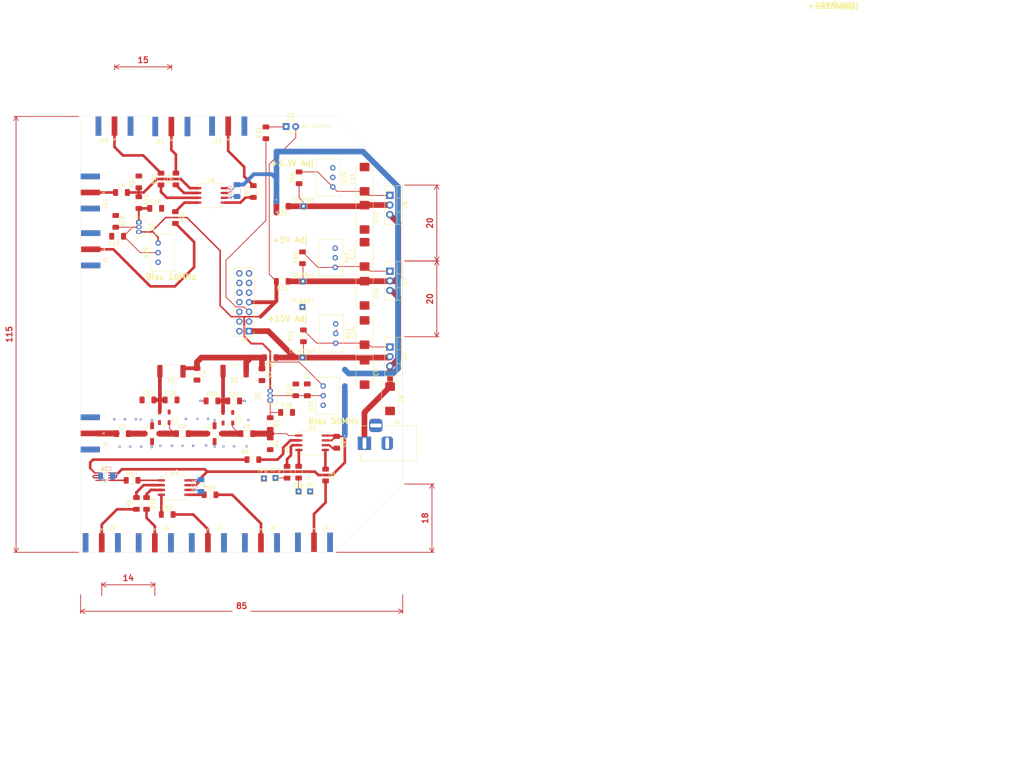
<source format=kicad_pcb>
(kicad_pcb (version 20241229) (generator "pcbnew") (generator_version "9.0")
  (layers (0 "F.Cu" mixed) (2 "B.Cu" power) (13 "F.Paste" user) (15 "B.Paste" user) (5 "F.SilkS" user "F.Silkscreen") (7 "B.SilkS" user "B.Silkscreen") (1 "F.Mask" user) (3 "B.Mask" user) (25 "Edge.Cuts" user))
  (net 0 "")
  (net 1 "GND")
  (net 2 "Net-(C1-Pad2)")
  (net 3 "Net-(L1-RF-DC)")
  (net 4 "Net-(L2-RF-DC)")
  (net 5 "Net-(C2-Pad2)")
  (net 6 "Net-(J2-In)")
  (net 7 "Net-(J1-In)")
  (net 8 "Net-(U3-Clk)")
  (net 9 "+5V")
  (net 10 "Net-(U3-D)")
  (net 11 "Net-(U5-CLK)")
  (net 12 "Net-(J4-In)")
  (net 13 "Net-(J6-In)")
  (net 14 "Net-(U5-Q1)")
  (net 15 "Net-(U5-Q2)")
  (net 16 "Net-(U5-Q3)")
  (net 17 "Net-(U5-Q4)")
  (net 18 "+3.3V")
  (net 19 "+15V")
  (net 20 "Net-(U6-CLK)")
  (net 21 "Net-(J13-In)")
  (net 22 "Net-(Q1-B)")
  (net 23 "VBUS")
  (net 24 "/PowerSupplies/P15V")
  (net 25 "/PowerSupplies/P5V")
  (net 26 "/PowerSupplies/P3V3")
  (net 27 "Net-(U7-ADJ)")
  (net 28 "Net-(U8-ADJ)")
  (net 29 "Net-(U4-ADJ)")
  (net 30 "Net-(Q2-B)")
  (net 31 "Net-(L1-DC)")
  (net 32 "Net-(Q1-E)")
  (net 33 "Net-(Q2-E)")
  (net 34 "Net-(J3-In)")
  (net 35 "Net-(J7-In)")
  (net 39 "Net-(D1-K)")
  (net 45 "Net-(J9-In)")
  (net 46 "Net-(J10-In)")
  (net 47 "Net-(J11-In)")
  (net 48 "Net-(J12-In)")
  (net 49 "Net-(R6-Pad2)")
  (net 50 "Net-(R7-Pad2)")
  (net 51 "Net-(U9-Q1)")
  (net 52 "Net-(U3-Q)")
  (net 53 "Net-(U9-CLK)")
  (net 54 "Net-(U9-Q2)")
  (net 55 "Net-(U9-Q3)")
  (net 56 "Net-(U9-Q4)")
  (net 57 "Net-(U6-Q1)")
  (net 58 "Net-(U6-Q2)")
  (net 59 "Net-(U6-Q3)")
  (net 60 "Net-(U6-Q4)")
  (net 61 "Net-(J8-Pin_5)")
  (net 64 "Net-(L2-DC)")
  (footprint "Connector_Coaxial:SMA_Amphenol_132289_EdgeMount" (layer "F.Cu") (at 36.8585 63.373 180)
    (property "Reference" "J3")
    (property "Value" "MHz 10 LPF")
  )
  (footprint "Resistor_SMD:R_1206_3216Metric_Pad1.30x1.75mm_HandSolder" (layer "F.Cu") (at 84.201 114.681 -90)
    (property "Reference" "R4")
    (property "Value" "100")
  )
  (footprint "Connector_Coaxial:SMA_Amphenol_132289_EdgeMount" (layer "F.Cu") (at 39.751 140.8145 -90)
    (property "Reference" "J2")
    (property "Value" "MHz 25")
  )
  (footprint "Library:WW107" (layer "F.Cu") (at 53.022 112.014)
    (property "Reference" "U1")
    (property "Value" "1")
  )
  (footprint "Capacitor_SMD:C_1206_3216Metric_Pad1.33x1.80mm_HandSolder" (layer "F.Cu") (at 82.016 96.449 -90)
    (property "Reference" "C5")
    (property "Value" "100nF")
  )
  (footprint "Connector_Coaxial:SMA_Amphenol_132289_EdgeMount" (layer "F.Cu") (at 43.112 30.861 90)
    (property "Reference" "J10")
    (property "Value" "MHz 10")
  )
  (footprint "Connector_Coaxial:SMA_Amphenol_132289_EdgeMount" (layer "F.Cu") (at 36.7315 48.387 180)
    (property "Reference" "J13")
    (property "Value" "MHz 10 Source")
  )
  (footprint "Capacitor_Tantalum_SMD:CP_EIA-7343-31_Kemet-D_HandSolder" (layer "F.Cu") (at 109.093 64.709 90)
    (property "Reference" "C12")
    (property "Value" "22uF")
  )
  (footprint "Resistor_SMD:R_1206_3216Metric_Pad1.30x1.75mm_HandSolder" (layer "F.Cu") (at 57.023 133.35)
    (property "Reference" "R19")
    (property "Value" "30")
  )
  (footprint "Capacitor_SMD:C_1206_3216Metric_Pad1.33x1.80mm_HandSolder" (layer "F.Cu") (at 43.942 59.944)
    (property "Reference" "C15")
    (property "Value" "100nF")
  )
  (footprint "Package_TO_SOT_THT:TO-92_Inline" (layer "F.Cu") (at 84.201 103.251 90)
    (property "Reference" "Q1")
    (property "Value" "2N2222")
  )
  (footprint "Resistor_SMD:R_1206_3216Metric_Pad1.30x1.75mm_HandSolder" (layer "F.Cu") (at 91.821 44.501 90)
    (property "Reference" "R16")
    (property "Value" "120R")
  )
  (footprint "Connector_Coaxial:SMA_Amphenol_132289_EdgeMount" (layer "F.Cu") (at 53.751 140.843 -90)
    (property "Reference" "J4")
    (property "Value" "MHz 25")
  )
  (footprint "Package_SO:SSOP-8_2.95x2.8mm_P0.65mm" (layer "F.Cu") (at 40.562 123.358)
    (property "Reference" "U3")
    (property "Value" "74LVC74")
  )
  (footprint "Connector_Coaxial:SMA_Amphenol_132289_EdgeMount" (layer "F.Cu") (at 58.112 30.988 90)
    (property "Reference" "J11")
    (property "Value" "MHz 10")
  )
  (footprint "Package_TO_SOT_THT:TO-220-3_Vertical" (layer "F.Cu") (at 115.763 49.154 -90)
    (property "Reference" "U8")
    (property "Value" "LT1085-ADJ")
  )
  (footprint "Potentiometer_THT:Potentiometer_Bourns_3299W_Vertical" (layer "F.Cu") (at 101.346 68.149 -90)
    (property "Reference" "R13")
    (property "Value" "500R")
  )
  (footprint "Capacitor_SMD:C_1206_3216Metric_Pad1.33x1.80mm_HandSolder" (layer "F.Cu") (at 44.958 48.387)
    (property "Reference" "C6")
    (property "Value" "10nF")
  )
  (footprint "Resistor_SMD:R_1206_3216Metric_Pad1.30x1.75mm_HandSolder" (layer "F.Cu") (at 84.201 109.347 -90)
    (property "Reference" "R3")
    (property "Value" "100")
  )
  (footprint "Potentiometer_THT:Potentiometer_Bourns_3299W_Vertical" (layer "F.Cu") (at 98.171 99.441 90)
    (property "Reference" "R21")
    (property "Value" "5k")
  )
  (footprint "Resistor_SMD:R_2512_6332Metric_Pad1.40x3.35mm_HandSolder" (layer "F.Cu") (at 74.803 95.504 180)
    (property "Reference" "R2")
    (property "Value" "160")
  )
  (footprint "Resistor_SMD:R_1206_3216Metric_Pad1.30x1.75mm_HandSolder" (layer "F.Cu") (at 49.53 51.054 90)
    (property "Reference" "R23")
    (property "Value" "100")
  )
  (footprint "Capacitor_SMD:C_1206_3216Metric_Pad1.33x1.80mm_HandSolder" (layer "F.Cu") (at 64.871 96.322 -90)
    (property "Reference" "C4")
    (property "Value" "100nF")
  )
  (footprint "Capacitor_Tantalum_SMD:CP_EIA-7343-31_Kemet-D_HandSolder" (layer "F.Cu") (at 109.093 74.996 -90)
    (property "Reference" "C10")
    (property "Value" "47uF")
  )
  (footprint "Capacitor_SMD:C_1206_3216Metric_Pad1.33x1.80mm_HandSolder" (layer "F.Cu") (at 53.975 52.578)
    (property "Reference" "C19")
    (property "Value" "39nF")
  )
  (footprint "Resistor_SMD:R_1206_3216Metric_Pad1.30x1.75mm_HandSolder" (layer "F.Cu") (at 92.964 86.207 90)
    (property "Reference" "R12")
    (property "Value" "120R")
  )
  (footprint "Capacitor_SMD:C_1206_3216Metric_Pad1.33x1.80mm_HandSolder" (layer "F.Cu") (at 58.039 103.124)
    (property "Reference" "C16")
    (property "Value" "39nF")
  )
  (footprint "Resistor_SMD:R_1206_3216Metric_Pad1.30x1.75mm_HandSolder" (layer "F.Cu") (at 59.309 44.831 90)
    (property "Reference" "R24")
    (property "Value" "30")
  )
  (footprint "Resistor_SMD:R_1206_3216Metric_Pad1.30x1.75mm_HandSolder" (layer "F.Cu") (at 83.058 32.639 90)
    (property "Reference" "R33")
    (property "Value" "330R")
  )
  (footprint "Capacitor_SMD:C_1206_3216Metric_Pad1.33x1.80mm_HandSolder" (layer "F.Cu") (at 51.943 103.124)
    (property "Reference" "C17")
    (property "Value" "1uF")
  )
  (footprint "Potentiometer_THT:Potentiometer_Bourns_3299W_Vertical" (layer "F.Cu") (at 100.711 46.94 -90)
    (property "Reference" "R15")
    (property "Value" "500R")
  )
  (footprint "Package_SO:SOIC-8_5.3x6.2mm_P1.27mm" (layer "F.Cu") (at 58.984 126.238)
    (property "Reference" "U9")
    (property "Value" "551MLFT")
  )
  (footprint "Resistor_SMD:R_1206_3216Metric_Pad1.30x1.75mm_HandSolder" (layer "F.Cu") (at 49.53 45.593 90)
    (property "Reference" "R22")
    (property "Value" "100")
  )
  (footprint "Capacitor_SMD:C_1206_3216Metric_Pad1.33x1.80mm_HandSolder" (layer "F.Cu") (at 45.212 112.014)
    (property "Reference" "C1")
    (property "Value" "10nF")
  )
  (footprint "Resistor_SMD:R_1206_3216Metric_Pad1.30x1.75mm_HandSolder" (layer "F.Cu") (at 59.182 54.991 -90)
    (property "Reference" "R26")
    (property "Value" "30")
  )
  (footprint "Resistor_SMD:R_1206_3216Metric_Pad1.30x1.75mm_HandSolder" (layer "F.Cu") (at 79.756 48.133 90)
    (property "Reference" "R27")
    (property "Value" "30")
  )
  (footprint "Resistor_SMD:R_1206_3216Metric_Pad1.30x1.75mm_HandSolder" (layer "F.Cu") (at 91.694 122.174 -90)
    (property "Reference" "R7")
    (property "Value" "30" (hide yes))
  )
  (footprint "Resistor_SMD:R_1206_3216Metric_Pad1.30x1.75mm_HandSolder" (layer "F.Cu") (at 48.895 130.429 -90)
    (property "Reference" "R9")
    (property "Value" "30")
  )
  (footprint "Connector_Coaxial:SMA_Amphenol_132289_EdgeMount" (layer "F.Cu") (at 81.751 140.843 -90)
    (property "Reference" "J9")
    (property "Value" "MHz 25")
  )
  (footprint "LED_THT:LED_D3.0mm" (layer "F.Cu") (at 88.392 30.988)
    (property "Reference" "D1")
    (property "Value" "LED")
  )
  (footprint "Resistor_SMD:R_1206_3216Metric_Pad1.30x1.75mm_HandSolder" (layer "F.Cu") (at 90.932 100.457 90)
    (property "Reference" "R10")
    (property "Value" "5k1")
  )
  (footprint "Resistor_SMD:R_1206_3216Metric_Pad1.30x1.75mm_HandSolder" (layer "F.Cu") (at 98.806 122.936 -90)
    (property "Reference" "R8")
    (property "Value" "30")
  )
  (footprint "Connector_BarrelJack:BarrelJack_Horizontal" (layer "F.Cu") (at 109.062 114.554 180)
    (property "Reference" "J5")
    (property "Value" "Jack-DC")
  )
  (footprint "Connector_Coaxial:SMA_Amphenol_132289_EdgeMount" (layer "F.Cu") (at 67.751 140.843 -90)
    (property "Reference" "J7")
    (property "Value" "MHz 25")
  )
  (footprint "Capacitor_Tantalum_SMD:CP_EIA-7343-31_Kemet-D_HandSolder" (layer "F.Cu") (at 109.093 85.344 90)
    (property "Reference" "C14")
    (property "Value" "22uF")
  )
  (footprint "Capacitor_SMD:C_1206_3216Metric_Pad1.33x1.80mm_HandSolder" (layer "F.Cu") (at 78.022 112.014)
    (property "Reference" "C3")
    (property "Value" "10nF")
  )
  (footprint "Capacitor_Tantalum_SMD:CP_EIA-7343-31_Kemet-D_HandSolder" (layer "F.Cu") (at 109.093 95.885 -90)
    (property "Reference" "C9")
    (property "Value" "47uF")
  )
  (footprint "Capacitor_SMD:C_1206_3216Metric_Pad1.33x1.80mm_HandSolder" (layer "F.Cu") (at 101.727 114.3 -90)
    (property "Reference" "C25")
    (property "Value" "39nF")
  )
  (footprint "Capacitor_SMD:C_1206_3216Metric_Pad1.33x1.80mm_HandSolder" (layer "F.Cu") (at 68.834 103.378)
    (property "Reference" "C20")
    (property "Value" "1uF")
  )
  (footprint "Connector_Coaxial:SMA_Amphenol_132289_EdgeMount" (layer "F.Cu") (at 95.751 140.6875 -90)
    (property "Reference" "J6")
    (property "Value" "MHz 50")
  )
  (footprint "TestPoint:TestPoint_THTPad_1.5x1.5mm_Drill0.7mm" (layer "F.Cu") (at 91.694 127.254)
    (property "Reference" "TP6")
    (property "Value" "MHZ50_B")
  )
  (footprint "Package_TO_SOT_THT:TO-220-3_Vertical" (layer "F.Cu") (at 115.776 89.154 -90)
    (property "Reference" "U4")
    (property "Value" "LT1085-ADJ")
  )
  (footprint "Resistor_SMD:R_1206_3216Metric_Pad1.30x1.75mm_HandSolder" (layer "F.Cu") (at 43.434 56.007 -90)
    (property "Reference" "R28")
    (property "Value" "5k1")
  )
  (footprint "Library:WW107" (layer "F.Cu") (at 69.522 112.014)
    (property "Reference" "U2")
    (property "Value" "5")
  )
  (footprint "TestPoint:TestPoint_THTPad_1.5x1.5mm_Drill0.7mm" (layer "F.Cu") (at 94.742 127.254)
    (property "Reference" "TP7")
    (property "Value" "Gnd")
  )
  (footprint "Capacitor_SMD:C_1206_3216Metric_Pad1.33x1.80mm_HandSolder" (layer "F.Cu") (at 61.022 112.014)
    (property "Reference" "C2")
    (property "Value" "10nF")
  )
  (footprint "Capacitor_SMD:C_1206_3216Metric_Pad1.33x1.80mm_HandSolder" (layer "F.Cu") (at 93.98 100.457 90)
    (property "Reference" "C7")
    (property "Value" "100nF")
  )
  (footprint "Connector_Coaxial:SMA_Amphenol_132289_EdgeMount" (layer "F.Cu") (at 73.112 30.861 90)
    (property "Reference" "J12")
    (property "Value" "MHz 10")
  )
  (footprint "Capacitor_SMD:C_1206_3216Metric_Pad1.33x1.80mm_HandSolder" (layer "F.Cu") (at 88.519 106.426)
    (property "Reference" "C18")
    (property "Value" "39nF")
  )
  (footprint "Resistor_SMD:R_1206_3216Metric_Pad1.30x1.75mm_HandSolder" (layer "F.Cu") (at 87.376 71.832 180)
    (property "Reference" "R31")
    (property "Value" "00")
  )
  (footprint "Library:Minicircuits_GU1604" (layer "F.Cu") (at 56.261 107.696 180)
    (property "Reference" "L1")
    (property "Value" "TCCH-80+")
  )
  (footprint "Connector_PinHeader_2.54mm:PinHeader_2x07_P2.54mm_Vertical" (layer "F.Cu") (at 78.613 84.963 180)
    (property "Reference" "J8")
    (property "Value" "Conn_02x07_Odd_Even")
  )
  (footprint "Potentiometer_THT:Potentiometer_Bourns_3299W_Vertical" (layer "F.Cu") (at 54.61 61.722 90)
    (property "Reference" "R29")
    (property "Value" "5k")
  )
  (footprint "Capacitor_Tantalum_SMD:CP_EIA-7343-31_Kemet-D_HandSolder" (layer "F.Cu") (at 109.093 54.941 -90)
    (property "Reference" "C11")
    (property "Value" "47uF")
  )
  (footprint "Resistor_SMD:R_1206_3216Metric_Pad1.30x1.75mm_HandSolder" (layer "F.Cu") (at 79.629 118.872 180)
    (property "Reference" "R5")
    (property "Value" "30")
  )
  (footprint "Resistor_SMD:R_1206_3216Metric_Pad1.30x1.75mm_HandSolder" (layer "F.Cu") (at 87.376 52.02 180)
    (property "Reference" "R32")
    (property "Value" "00")
  )
  (footprint "Resistor_SMD:R_1206_3216Metric_Pad1.30x1.75mm_HandSolder" (layer "F.Cu") (at 51.562 130.429 -90)
    (property "Reference" "R18")
    (property "Value" "30")
  )
  (footprint "Connector_Coaxial:SMA_Amphenol_132289_EdgeMount" (layer "F.Cu") (at 36.703 111.946 180)
    (property "Reference" "J1")
    (property "Value" "MHz 50 LPF")
  )
  (footprint "Capacitor_Tantalum_SMD:CP_EIA-7343-31_Kemet-D_HandSolder" (layer "F.Cu") (at 109.093 44.8755 90)
    (property "Reference" "C13")
    (property "Value" "22uF")
  )
  (footprint "Capacitor_Tantalum_SMD:CP_EIA-7343-31_Kemet-D_HandSolder" (layer "F.Cu") (at 115.824 102.82 -90)
    (property "Reference" "C8")
    (property "Value" "10uF")
  )
  (footprint "Resistor_SMD:R_1206_3216Metric_Pad1.30x1.75mm_HandSolder" (layer "F.Cu") (at 92.71 65.609 90)
    (property "Reference" "R14")
    (property "Value" "120R")
  )
  (footprint "TestPoint:TestPoint_THTPad_1.5x1.5mm_Drill0.7mm" (layer "F.Cu") (at 92.71 78.613)
    (property "Reference" "TP_GND1")
    (property "Value" "Gnd")
  )
  (footprint "Resistor_SMD:R_1206_3216Metric_Pad1.30x1.75mm_HandSolder" (layer "F.Cu") (at 47.752 124.333)
    (property "Reference" "R17")
    (property "Value" "30")
  )
  (footprint "Capacitor_SMD:C_1206_3216Metric_Pad1.33x1.80mm_HandSolder" (layer "F.Cu") (at 74.549 103.378)
    (property "Reference" "C21")
    (property "Value" "39nF")
  )
  (footprint "Package_TO_SOT_THT:TO-220-3_Vertical" (layer "F.Cu") (at 115.776 69.154 -90)
    (property "Reference" "U7")
    (property "Value" "LT1085-ADJ")
  )
  (footprint "TestPoint:TestPoint_THTPad_1.5x1.5mm_Drill0.7mm" (layer "F.Cu") (at 82.55 123.825)
    (property "Reference" "TP8")
    (property "Value" "Gnd")
  )
  (footprint "Resistor_SMD:R_1206_3216Metric_Pad1.30x1.75mm_HandSolder" (layer "F.Cu") (at 55.372 44.831 90)
    (property "Reference" "R25")
    (property "Value" "30")
  )
  (footprint "TestPoint:TestPoint_THTPad_1.5x1.5mm_Drill0.7mm" (layer "F.Cu") (at 85.598 123.698)
    (property "Reference" "TP5")
    (property "Value" "MHZ50_A")
  )
  (footprint "TestPoint:TestPoint_THTPad_1.5x1.5mm_Drill0.7mm" (layer "F.Cu") (at 92.837 71.832)
    (property "Reference" "TP_P5V1")
    (property "Value" "+5V")
  )
  (footprint "Package_SO:SOIC-8_5.3x6.2mm_P1.27mm" (layer "F.Cu") (at 68.58 49.149)
    (property "Reference" "U6")
    (property "Value" "551MLFT")
  )
  (footprint "Library:Minicircuits_GU1604" (layer "F.Cu") (at 73.025 107.823 180)
    (property "Reference" "L2")
    (property "Value" "TCCH-80+")
  )
  (footprint "Resistor_SMD:R_1206_3216Metric_Pad1.30x1.75mm_HandSolder" (layer "F.Cu") (at 84.201 91.948 180)
    (property "Reference" "R30")
    (property "Value" "00")
  )
  (footprint "Resistor_SMD:R_1206_3216Metric_Pad1.30x1.75mm_HandSolder" (layer "F.Cu") (at 68.326 128.143)
    (property "Reference" "R20")
    (property "Value" "30")
  )
  (footprint "Potentiometer_THT:Potentiometer_Bourns_3299W_Vertical" (layer "F.Cu") (at 101.473 88.138 -90)
    (property "Reference" "R11")
    (property "Value" "2k")
  )
  (footprint "Resistor_SMD:R_2512_6332Metric_Pad1.40x3.35mm_HandSolder" (layer "F.Cu") (at 58.138 95.56 180)
    (property "Reference" "R1")
    (property "Value" "300")
  )
  (footprint "TestPoint:TestPoint_THTPad_1.5x1.5mm_Drill0.7mm" (layer "F.Cu") (at 92.964 52.02)
    (property "Reference" "TP_P3V3")
    (property "Value" "+3.3V")
  )
  (footprint "Package_SO:SOIC-8_5.3x6.2mm_P1.27mm" (layer "F.Cu") (at 95.25 114.427)
    (property "Reference" "U5")
    (property "Value" "551MLFT")
  )
  (footprint "Package_TO_SOT_THT:TO-92_Inline" (layer "F.Cu") (at 49.53 56.261 -90)
    (property "Reference" "Q2")
    (property "Value" "2N2222")
  )
  (footprint "Resistor_SMD:R_1206_3216Metric_Pad1.30x1.75mm_HandSolder" (layer "F.Cu") (at 88.646 122.2 -90)
    (property "Reference" "R6")
    (property "Value" "30")
  )
  (footprint "TestPoint:TestPoint_THTPad_1.5x1.5mm_Drill0.7mm" (layer "F.Cu") (at 92.71 91.948)
    (property "Reference" "TP_P15V1")
    (property "Value" "+15V")
  )
  (footprint "Capacitor_SMD:C_1206_3216Metric_Pad1.33x1.80mm_HandSolder" (layer "B.Cu") (at 75.438 47.879 -90)
    (property "Reference" "C22")
    (property "Value" "39nF")
  )
  (footprint "Capacitor_SMD:C_1206_3216Metric_Pad1.33x1.80mm_HandSolder" (layer "B.Cu") (at 41.021 123.19 180)
    (property "Reference" "C24")
    (property "Value" "39nF")
  )
  (footprint "Capacitor_SMD:C_1206_3216Metric_Pad1.33x1.80mm_HandSolder" (layer "B.Cu") (at 65.913 125.73 -90)
    (property "Reference" "C23")
    (property "Value" "39nF")
  )
  (gr_line (start 71.522 112.014) (end 76.022 112.014) (stroke (width 1.6)) (layer "F.Cu") (net 4))
  (gr_line (start 92.964 52.02) (end 109.093 52.02) (stroke (width 1.5)) (layer "F.Cu") (net 26))
  (gr_line (start 115.763 51.694) (end 109.093 51.694) (stroke (width 1.5)) (layer "F.Cu") (net 26))
  (gr_line (start 86.9565 106.426) (end 84.201 106.426) (stroke (width 0.2)) (layer "F.Cu") (net 32))
  (gr_line (start 79.756 112.014) (end 84.455 112.014) (stroke (width 1.6)) (layer "F.Cu") (net 11))
  (gr_line (start 47.022 112.014) (end 51.022 112.014) (stroke (width 1.6)) (layer "F.Cu") (net 2))
  (gr_line (start 83.058 31.089) (end 88.392 31.089) (stroke (width 0.2)) (layer "F.Cu") (net 39))
  (gr_line (start 55.022 112.014) (end 59.022 112.014) (stroke (width 1.6)) (layer "F.Cu") (net 3))
  (gr_line (start 98.75 116.332) (end 98.75 121.259) (stroke (width 0.7)) (layer "F.Cu") (net 17))
  (gr_line (start 63.022 112.014) (end 67.522 112.014) (stroke (width 1.6)) (layer "F.Cu") (net 5))
  (gr_line (start 119.163 125.321) (end 101.163 143.321) (stroke (width 0.05)) (layer "Edge.Cuts"))
  (gr_line (start 52.163 28.321) (end 101.163 28.321) (stroke (width 0.05)) (layer "Edge.Cuts"))
  (gr_line (start 101.163 28.321) (end 119.163 46.321) (stroke (width 0.05)) (layer "Edge.Cuts"))
  (gr_line (start 52.163 143.321) (end 101.163 143.321) (stroke (width 0.05)) (layer "Edge.Cuts"))
  (gr_line (start 34.163 125.321) (end 34.163 143.256) (stroke (width 0.05)) (layer "Edge.Cuts"))
  (gr_line (start 34.163 28.321) (end 34.163 125.321) (stroke (width 0.05)) (layer "Edge.Cuts"))
  (gr_line (start 119.163 46.321) (end 119.163 125.321) (stroke (width 0.05)) (layer "Edge.Cuts"))
  (gr_line (start 34.29 143.321) (end 52.163 143.321) (stroke (width 0.05)) (layer "Edge.Cuts"))
  (gr_line (start 52.163 28.321) (end 34.29 28.321) (stroke (width 0.05)) (layer "Edge.Cuts"))
  (gr_text "Bias 50MHz" (at 94.107 109.601 0) (layer "F.SilkS") (effects (font (size 1.5 1.5) (thickness 0.3) (bold yes)) (justify left bottom)))
  (gr_text "+15V Adj" (at 83.312 82.55 0) (layer "F.SilkS") (effects (font (size 1.5 1.5) (thickness 0.3) (bold yes)) (justify left bottom)))
  (gr_text "+15V Adj" (at 228.727 0 0) (layer "F.SilkS") (effects (font (size 1.5 1.5) (thickness 0.3) (bold yes)) (justify left bottom)))
  (gr_text "+15V Adj" (at 225.769 0 0) (layer "F.SilkS") (effects (font (size 1.5 1.5) (thickness 0.3) (bold yes)) (justify left bottom)))
  (gr_text "+15V Adj" (at 227.569 0 0) (layer "F.SilkS") (effects (font (size 1.5 1.5) (thickness 0.3) (bold yes)) (justify left bottom)))
  (gr_text "Bias 10MHz" (at 51.181 71.501 0) (layer "F.SilkS") (effects (font (size 1.5 1.5) (thickness 0.3) (bold yes)) (justify left bottom)))
  (gr_text "+3.3V Adj" (at 84.201 41.529 0) (layer "F.SilkS") (effects (font (size 1.5 1.5) (thickness 0.3) (bold yes)) (justify left bottom)))
  (gr_text "Rb Locked" (at 92.456 31.369 0) (layer "F.SilkS") (effects (font (size 1 1) (thickness 0.1)) (justify left bottom)))
  (gr_text "+5V Adj" (at 84.709 61.788 0) (layer "F.SilkS") (effects (font (size 1.5 1.5) (thickness 0.3) (bold yes)) (justify left bottom)))
  (dimension (type orthogonal) (layer "F.Cu") (pts (xy 39.751 155.2845) (xy 53.751 155.2845)) (height -3.3925) (orientation 0) (format (prefix "") (suffix "") (units 3) (units_format 0) (precision 4) (suppress_zeroes yes)) (style (thickness 0.2) (arrow_length 1.27) (text_position_mode 0) (arrow_direction outward) (extension_height 0.58642) (extension_offset 0.5) (keep_text_aligned yes)) (gr_text "14" (at 46.751 150.092 0) (layer "F.Cu") (effects (font (size 1.5 1.5) (thickness 0.3)))))
  (dimension (type orthogonal) (layer "F.Cu") (pts (xy 34.163 153.989) (xy 119.163 153.989)) (height 4.888) (orientation 0) (format (prefix "") (suffix "") (units 3) (units_format 0) (precision 4) (suppress_zeroes yes)) (style (thickness 0.2) (arrow_length 1.27) (text_position_mode 2) (arrow_direction outward) (extension_height 0.58642) (extension_offset 0.5) (keep_text_aligned yes)) (gr_text "85" (at 76.663 157.48 0) (layer "F.Cu") (effects (font (size 1.5 1.5) (thickness 0.3)))))
  (dimension (type orthogonal) (layer "F.Cu") (pts (xy 119.163 46.444) (xy 119.163 66.444)) (height 8.98) (orientation 1) (format (prefix "") (suffix "") (units 3) (units_format 0) (precision 4) (suppress_zeroes yes)) (style (thickness 0.2) (arrow_length 1.27) (text_position_mode 0) (arrow_direction outward) (extension_height 0.58642) (extension_offset 0.5) (keep_text_aligned yes)) (gr_text "20" (at 126.343 56.444 90) (layer "F.Cu") (effects (font (size 1.5 1.5) (thickness 0.3)))))
  (dimension (type orthogonal) (layer "F.Cu") (pts (xy 43.18 16.5465) (xy 58.18 16.5465)) (height -1.3065) (orientation 0) (format (prefix "") (suffix "") (units 3) (units_format 0) (precision 4) (suppress_zeroes yes)) (style (thickness 0.2) (arrow_length 1.27) (text_position_mode 0) (arrow_direction outward) (extension_height 0.58642) (extension_offset 0.5) (keep_text_aligned yes)) (gr_text "15" (at 50.68 13.44 0) (layer "F.Cu") (effects (font (size 1.5 1.5) (thickness 0.3)))))
  (dimension (type orthogonal) (layer "F.Cu") (pts (xy 101.163 143.321) (xy 119.163 125.321)) (height 25.71) (orientation 1) (format (prefix "") (suffix "") (units 3) (units_format 0) (precision 4) (suppress_zeroes yes)) (style (thickness 0.2) (arrow_length 1.27) (text_position_mode 0) (arrow_direction outward) (extension_height 0.58642) (extension_offset 0.5) (keep_text_aligned yes)) (gr_text "18" (at 125.073 134.321 90) (layer "F.Cu") (effects (font (size 1.5 1.5) (thickness 0.3)))))
  (dimension (type orthogonal) (layer "F.Cu") (pts (xy 119.176 66.444) (xy 119.176 86.444)) (height 8.967) (orientation 1) (format (prefix "") (suffix "") (units 3) (units_format 0) (precision 4) (suppress_zeroes yes)) (style (thickness 0.2) (arrow_length 1.27) (text_position_mode 0) (arrow_direction outward) (extension_height 0.58642) (extension_offset 0.5) (keep_text_aligned yes)) (gr_text "20" (at 126.343 76.444 90) (layer "F.Cu") (effects (font (size 1.5 1.5) (thickness 0.3)))))
  (dimension (type orthogonal) (layer "F.Cu") (pts (xy 34.163 28.321) (xy 34.163 143.321)) (height -17.018) (orientation 1) (format (prefix "") (suffix "") (units 3) (units_format 0) (precision 4) (suppress_zeroes yes)) (style (thickness 0.2) (arrow_length 1.27) (text_position_mode 0) (arrow_direction outward) (extension_height 0.58642) (extension_offset 0.5) (keep_text_aligned yes)) (gr_text "115" (at 15.345 85.821 90) (layer "F.Cu") (effects (font (size 1.5 1.5) (thickness 0.3)))))
  (segment (start 38.862 124.333) (end 40.64 124.333) (width 0.2) (layer "F.Cu") (net 1))
  (segment (start 53.022 108.521) (end 52.959 108.458) (width 0.2) (layer "F.Cu") (net 1))
  (segment (start 72.08 49.784) (end 73.787 49.784) (width 0.2) (layer "F.Cu") (net 1))
  (segment (start 69.522 108.458) (end 69.522 109.9312) (width 0.2) (layer "F.Cu") (net 1))
  (segment (start 110.363 82.423) (end 110.363 82.55) (width 0.2) (layer "F.Cu") (net 1))
  (segment (start 53.022 114.0968) (end 53.022 115.507) (width 0.2) (layer "F.Cu") (net 1))
  (segment (start 53.022 109.9312) (end 53.022 108.521) (width 0.2) (layer "F.Cu") (net 1))
  (segment (start 84.582 115.697) (end 84.455 115.824) (width 0.2) (layer "F.Cu") (net 1))
  (segment (start 76.1115 103.378) (end 77.47 103.378) (width 0.2) (layer "F.Cu") (net 1))
  (segment (start 53.022 115.507) (end 52.959 115.57) (width 0.2) (layer "F.Cu") (net 1))
  (segment (start 99.822 115.062) (end 100.6225 115.8625) (width 0.5) (layer "F.Cu") (net 1))
  (segment (start 100.6225 115.8625) (end 101.727 115.8625) (width 0.5) (layer "F.Cu") (net 1))
  (segment (start 67.2715 103.378) (end 65.786 103.378) (width 0.2) (layer "F.Cu") (net 1))
  (segment (start 69.522 114.0968) (end 69.522 115.443) (width 0.2) (layer "F.Cu") (net 1))
  (segment (start 110.363 82.55) (end 110.236 82.677) (width 0.2) (layer "F.Cu") (net 1))
  (segment (start 98.75 115.062) (end 99.822 115.062) (width 0.5) (layer "F.Cu") (net 1))
  (segment (start 62.484 126.873) (end 64.516 126.873) (width 0.6) (layer "F.Cu") (net 1))
  (via (at 69.522 108.458) (size 0.6) (drill 0.3) (layers "F.Cu" "B.Cu") (net 1))
  (via (at 67.792 108.133) (size 0.6) (drill 0.3) (layers "F.Cu" "B.Cu") (net 1))
  (via (at 64.998 108.133) (size 0.6) (drill 0.3) (layers "F.Cu" "B.Cu") (net 1))
  (via (at 44.45 115.443) (size 0.6) (drill 0.3) (layers "F.Cu" "B.Cu") (net 1))
  (via (at 52.959 115.57) (size 0.6) (drill 0.3) (layers "F.Cu" "B.Cu") (net 1))
  (via (at 50.165 115.443) (size 0.6) (drill 0.3) (layers "F.Cu" "B.Cu") (net 1))
  (via (at 45.847 108.204) (size 0.6) (drill 0.3) (layers "F.Cu" "B.Cu") (net 1))
  (via (at 61.061 115.245) (size 0.6) (drill 0.3) (layers "F.Cu" "B.Cu") (net 1))
  (via (at 71.856 115.372) (size 0.6) (drill 0.3) (layers "F.Cu" "B.Cu") (net 1))
  (via (at 78.46 108.387) (size 0.6) (drill 0.3) (layers "F.Cu" "B.Cu") (net 1))
  (via (at 47.244 115.443) (size 0.6) (drill 0.3) (layers "F.Cu" "B.Cu") (net 1))
  (via (at 77.47 103.378) (size 0.6) (drill 0.3) (layers "F.Cu" "B.Cu") (net 1))
  (via (at 64.516 126.873) (size 0.6) (drill 0.3) (layers "F.Cu" "B.Cu") (net 1))
  (via (at 63.855 115.245) (size 0.6) (drill 0.3) (layers "F.Cu" "B.Cu") (net 1))
  (via (at 52.959 108.458) (size 0.6) (drill 0.3) (layers "F.Cu" "B.Cu") (net 1))
  (via (at 69.522 115.443) (size 0.6) (drill 0.3) (layers "F.Cu" "B.Cu") (net 1))
  (via (at 74.65 115.372) (size 0.6) (drill 0.3) (layers "F.Cu" "B.Cu") (net 1))
  (via (at 50.012 108.26) (size 0.6) (drill 0.3) (layers "F.Cu" "B.Cu") (net 1))
  (via (at 65.786 103.378) (size 0.6) (drill 0.3) (layers "F.Cu" "B.Cu") (net 1))
  (via (at 73.787 49.784) (size 0.6) (drill 0.3) (layers "F.Cu" "B.Cu") (net 1))
  (via (at 77.952 115.372) (size 0.6) (drill 0.3) (layers "F.Cu" "B.Cu") (net 1))
  (via (at 48.768 108.204) (size 0.6) (drill 0.3) (layers "F.Cu" "B.Cu") (net 1))
  (via (at 43.053 108.204) (size 0.6) (drill 0.3) (layers "F.Cu" "B.Cu") (net 1))
  (via (at 55.219 115.245) (size 0.6) (drill 0.3) (layers "F.Cu" "B.Cu") (net 1))
  (via (at 58.267 115.245) (size 0.6) (drill 0.3) (layers "F.Cu" "B.Cu") (net 1))
  (via (at 67.284 115.118) (size 0.6) (drill 0.3) (layers "F.Cu" "B.Cu") (net 1))
  (via (at 61.95 108.133) (size 0.6) (drill 0.3) (layers "F.Cu" "B.Cu") (net 1))
  (via (at 40.64 124.333) (size 0.6) (drill 0.3) (layers "F.Cu" "B.Cu") (net 1))
  (segment (start 39.4585 123.19) (end 39.497 123.19) (width 0.2) (layer "B.Cu") (net 1))
  (segment (start 74.1295 49.4415) (end 73.787 49.784) (width 0.2) (layer "B.Cu") (net 1))
  (segment (start 75.438 49.4415) (end 74.1295 49.4415) (width 0.2) (layer "B.Cu") (net 1))
  (segment (start 65.4935 126.873) (end 65.913 127.2925) (width 0.2) (layer "B.Cu") (net 1))
  (segment (start 64.516 126.873) (end 65.4935 126.873) (width 0.2) (layer "B.Cu") (net 1))
  (segment (start 39.497 123.19) (end 40.64 124.333) (width 0.2) (layer "B.Cu") (net 1))
  (segment (start 57.632 109.194) (end 57.632 110.624) (width 0.2) (layer "F.Cu") (net 3))
  (segment (start 57.531 109.093) (end 57.632 109.194) (width 0.2) (layer "F.Cu") (net 3))
  (segment (start 57.632 110.624) (end 59.022 112.014) (width 0.2) (layer "F.Cu") (net 3))
  (segment (start 74.295 109.22) (end 74.295 110.287) (width 0.2) (layer "F.Cu") (net 4))
  (segment (start 74.295 110.287) (end 76.022 112.014) (width 0.2) (layer "F.Cu") (net 4))
  (segment (start 39.751 140.8145) (end 39.751 136.017) (width 0.7) (layer "F.Cu") (net 6))
  (segment (start 39.751 136.017) (end 43.789 131.979) (width 0.7) (layer "F.Cu") (net 6))
  (segment (start 43.789 131.979) (end 48.895 131.979) (width 0.7) (layer "F.Cu") (net 6))
  (segment (start 38.6175 111.958) (end 43.6495 111.958) (width 1.6) (layer "F.Cu") (net 7))
  (segment (start 37.465 118.872) (end 36.703 119.634) (width 0.7) (layer "F.Cu") (net 8))
  (segment (start 36.703 119.634) (end 36.703 121.158) (width 0.7) (layer "F.Cu") (net 8))
  (segment (start 78.079 118.872) (end 37.465 118.872) (width 0.7) (layer "F.Cu") (net 8))
  (segment (start 37.928 122.383) (end 36.703 121.158) (width 0.5) (layer "F.Cu") (net 8))
  (segment (start 38.862 122.383) (end 37.928 122.383) (width 0.3) (layer "F.Cu") (net 8))
  (segment (start 91.854 93.124) (end 84.472 93.124) (width 0.2) (layer "F.Cu") (net 9))
  (segment (start 82.169 88.265) (end 79.248 88.265) (width 0.5) (layer "F.Cu") (net 9))
  (segment (start 52.832 58.801) (end 49.53 58.801) (width 0.4) (layer "F.Cu") (net 9))
  (segment (start 85.826 76.988) (end 85.826 71.832) (width 1) (layer "F.Cu") (net 9))
  (segment (start 70.993 63.754) (end 70.993 78.232) (width 0.4) (layer "F.Cu") (net 9))
  (segment (start 54.61 60.198) (end 54.61 61.722) (width 0.4) (layer "F.Cu") (net 9))
  (segment (start 90.932 33.909) (end 83.947 40.894) (width 0.2) (layer "F.Cu") (net 9))
  (segment (start 56.642 54.991) (end 62.23 54.991) (width 0.4) (layer "F.Cu") (net 9))
  (segment (start 78.613 77.343) (end 85.471 77.343) (width 1) (layer "F.Cu") (net 9))
  (segment (start 84.201 100.711) (end 84.201 93.395) (width 0.5) (layer "F.Cu") (net 9))
  (segment (start 73.914 81.153) (end 81.661 81.153) (width 0.4) (layer "F.Cu") (net 9))
  (segment (start 84.201 93.395) (end 84.201 90.297) (width 0.5) (layer "F.Cu") (net 9))
  (segment (start 77.343 86.36) (end 77.343 81.28) (width 0.5) (layer "F.Cu") (net 9))
  (segment (start 53.0225 58.6105) (end 52.832 58.801) (width 0.4) (layer "F.Cu") (net 9))
  (segment (start 79.248 88.265) (end 77.343 86.36) (width 0.5) (layer "F.Cu") (net 9))
  (segment (start 85.471 77.343) (end 85.826 76.988) (width 0.2) (layer "F.Cu") (net 9))
  (segment (start 84.201 93.395) (end 84.2895 93.3065) (width 0.2) (layer "F.Cu") (net 9))
  (segment (start 90.932 30.988) (end 90.932 33.909) (width 0.2) (layer "F.Cu") (net 9))
  (segment (start 53.0225 58.6105) (end 56.642 54.991) (width 0.4) (layer "F.Cu") (net 9))
  (segment (start 81.661 81.153) (end 85.826 76.988) (width 1) (layer "F.Cu") (net 9))
  (segment (start 62.23 54.991) (end 70.993 63.754) (width 0.4) (layer "F.Cu") (net 9))
  (segment (start 84.2895 93.3065) (end 84.472 93.124) (width 0.2) (layer "F.Cu") (net 9))
  (segment (start 84.201 90.297) (end 82.169 88.265) (width 0.5) (layer "F.Cu") (net 9))
  (segment (start 83.947 69.953) (end 85.826 71.832) (width 0.2) (layer "F.Cu") (net 9))
  (segment (start 98.171 99.441) (end 91.854 93.124) (width 0.2) (layer "F.Cu") (net 9))
  (segment (start 83.947 40.894) (end 83.947 69.953) (width 0.2) (layer "F.Cu") (net 9))
  (segment (start 53.0225 58.6105) (end 54.61 60.198) (width 0.4) (layer "F.Cu") (net 9))
  (segment (start 70.993 78.232) (end 73.914 81.153) (width 0.4) (layer "F.Cu") (net 9))
  (segment (start 38.862 123.033) (end 37.712 123.033) (width 0.3) (layer "F.Cu") (net 10))
  (segment (start 37.712 123.033) (end 37.387 123.358) (width 0.3) (layer "F.Cu") (net 10))
  (segment (start 37.712 123.683) (end 38.862 123.683) (width 0.3) (layer "F.Cu") (net 10))
  (segment (start 37.387 123.358) (end 37.712 123.683) (width 0.3) (layer "F.Cu") (net 10))
  (segment (start 84.582 112.141) (end 84.455 112.014) (width 0.2) (layer "F.Cu") (net 11))
  (segment (start 88.519 112.014) (end 89.027 112.522) (width 0.2) (layer "F.Cu") (net 11))
  (segment (start 84.455 112.014) (end 88.519 112.014) (width 0.2) (layer "F.Cu") (net 11))
  (segment (start 89.027 112.522) (end 91.75 112.522) (width 0.2) (layer "F.Cu") (net 11))
  (segment (start 51.562 134.239) (end 51.562 131.979) (width 0.7) (layer "F.Cu") (net 12))
  (segment (start 53.751 140.843) (end 53.751 136.428) (width 0.7) (layer "F.Cu") (net 12))
  (segment (start 53.751 136.428) (end 51.562 134.239) (width 0.7) (layer "F.Cu") (net 12))
  (segment (start 98.806 124.486) (end 98.806 130.175) (width 0.7) (layer "F.Cu") (net 13))
  (segment (start 98.806 130.175) (end 95.751 133.23) (width 0.7) (layer "F.Cu") (net 13))
  (segment (start 95.751 133.23) (end 95.751 140.6875) (width 0.7) (layer "F.Cu") (net 13))
  (segment (start 87.63 115.697) (end 89.535 113.792) (width 0.7) (layer "F.Cu") (net 14))
  (segment (start 89.535 113.792) (end 91.75 113.792) (width 0.7) (layer "F.Cu") (net 14))
  (segment (start 86.106 118.872) (end 81.179 118.872) (width 0.7) (layer "F.Cu") (net 14))
  (segment (start 87.63 117.348) (end 87.63 115.697) (width 0.7) (layer "F.Cu") (net 14))
  (segment (start 87.63 117.348) (end 86.106 118.872) (width 0.7) (layer "F.Cu") (net 14))
  (segment (start 91.75 115.062) (end 90.043 115.062) (width 0.7) (layer "F.Cu") (net 15))
  (segment (start 88.646 118.745) (end 88.646 120.65) (width 0.7) (layer "F.Cu") (net 15))
  (segment (start 90.043 115.062) (end 89.662 115.443) (width 0.7) (layer "F.Cu") (net 15))
  (segment (start 89.662 115.443) (end 89.662 117.729) (width 0.7) (layer "F.Cu") (net 15))
  (segment (start 89.662 117.729) (end 88.646 118.745) (width 0.7) (layer "F.Cu") (net 15))
  (segment (start 91.75 120.441) (end 91.694 120.497) (width 0.2) (layer "F.Cu") (net 16))
  (segment (start 91.75 116.332) (end 91.75 120.441) (width 0.7) (layer "F.Cu") (net 16))
  (segment (start 91.694 120.497) (end 91.694 120.624) (width 0.2) (layer "F.Cu") (net 16))
  (segment (start 72.08 47.244) (end 73.279 47.244) (width 0.2) (layer "F.Cu") (net 18))
  (segment (start 103.6705 112.7375) (end 103.886 112.522) (width 0.2) (layer "F.Cu") (net 18))
  (segment (start 96.901 122.936) (end 96.012 122.047) (width 0.7) (layer "F.Cu") (net 18))
  (segment (start 43.815 122.682) (end 45.085 121.412) (width 0.7) (layer "F.Cu") (net 18))
  (segment (start 43.688 123.257) (end 43.464 123.033) (width 0.3) (layer "F.Cu") (net 18))
  (segment (start 85.826 50.318) (end 85.852 50.292) (width 0.2) (layer "F.Cu") (net 18))
  (segment (start 64.643 124.333) (end 62.484 124.333) (width 0.6) (layer "F.Cu") (net 18))
  (segment (start 100.457 113.792) (end 98.75 113.792) (width 0.5) (layer "F.Cu") (net 18))
  (segment (start 66.929 121.412) (end 67.564 122.047) (width 0.7) (layer "F.Cu") (net 18))
  (segment (start 85.826 52.02) (end 85.826 50.318) (width 1.5) (layer "F.Cu") (net 18))
  (segment (start 85.826 52.02) (end 85.826 53.594) (width 1.5) (layer "F.Cu") (net 18))
  (segment (start 73.279 48.514) (end 72.08 48.514) (width 0.2) (layer "F.Cu") (net 18))
  (segment (start 103.886 112.522) (end 103.886 119.634) (width 0.7) (layer "F.Cu") (net 18))
  (segment (start 100.711 112.522) (end 101.219 113.03) (width 0.5) (layer "F.Cu") (net 18))
  (segment (start 64.643 125.603) (end 65.278 124.968) (width 0.6) (layer "F.Cu") (net 18))
  (segment (start 42.262 122.383) (end 43.516 122.383) (width 0.3) (layer "F.Cu") (net 18))
  (segment (start 96.012 122.047) (end 67.564 122.047) (width 0.7) (layer "F.Cu") (net 18))
  (segment (start 73.279 47.244) (end 73.914 47.879) (width 0.2) (layer "F.Cu") (net 18))
  (segment (start 67.564 122.047) (end 64.9605 124.6505) (width 0.7) (layer "F.Cu") (net 18))
  (segment (start 98.75 112.522) (end 100.711 112.522) (width 0.5) (layer "F.Cu") (net 18))
  (segment (start 85.826 53.695) (end 85.852 53.721) (width 1.5) (layer "F.Cu") (net 18))
  (segment (start 42.262 123.683) (end 43.419 123.683) (width 0.3) (layer "F.Cu") (net 18))
  (segment (start 100.584 122.936) (end 96.901 122.936) (width 0.7) (layer "F.Cu") (net 18))
  (segment (start 43.434 123.698) (end 43.688 123.444) (width 0.3) (layer "F.Cu") (net 18))
  (segment (start 101.727 112.7375) (end 103.6705 112.7375) (width 0.5) (layer "F.Cu") (net 18))
  (segment (start 85.826 53.594) (end 85.826 53.695) (width 1.5) (layer "F.Cu") (net 18))
  (segment (start 65.278 124.968) (end 64.9605 124.6505) (width 0.6) (layer "F.Cu") (net 18))
  (segment (start 43.419 123.683) (end 43.434 123.698) (width 0.2) (layer "F.Cu") (net 18))
  (segment (start 43.688 123.444) (end 43.688 123.257) (width 0.3) (layer "F.Cu") (net 18))
  (segment (start 43.815 122.682) (end 43.464 123.033) (width 0.3) (layer "F.Cu") (net 18))
  (segment (start 45.085 121.412) (end 66.929 121.412) (width 0.7) (layer "F.Cu") (net 18))
  (segment (start 73.8505 47.9425) (end 73.279 48.514) (width 0.2) (layer "F.Cu") (net 18))
  (segment (start 73.914 47.879) (end 73.8505 47.9425) (width 0.2) (layer "F.Cu") (net 18))
  (segment (start 101.219 113.03) (end 100.457 113.792) (width 0.5) (layer "F.Cu") (net 18))
  (segment (start 62.484 125.603) (end 64.643 125.603) (width 0.6) (layer "F.Cu") (net 18))
  (segment (start 43.516 122.383) (end 43.815 122.682) (width 0.2) (layer "F.Cu") (net 18))
  (segment (start 64.9605 124.6505) (end 64.643 124.333) (width 0.6) (layer "F.Cu") (net 18))
  (segment (start 43.464 123.033) (end 42.262 123.033) (width 0.3) (layer "F.Cu") (net 18))
  (segment (start 103.886 119.634) (end 100.584 122.936) (width 0.7) (layer "F.Cu") (net 18))
  (via (at 73.8505 47.9425) (size 0.6) (drill 0.3) (layers "F.Cu" "B.Cu") (net 18))
  (via (at 64.643 124.333) (size 0.6) (drill 0.3) (layers "F.Cu" "B.Cu") (net 18))
  (via (at 43.815 122.682) (size 0.6) (drill 0.3) (layers "F.Cu" "B.Cu") (net 18))
  (via (at 85.826 53.594) (size 0.6) (drill 0.3) (layers "F.Cu" "B.Cu") (net 18))
  (via (at 103.886 112.522) (size 0.6) (drill 0.3) (layers "F.Cu" "B.Cu") (net 18))
  (via (at 85.852 50.292) (size 0.6) (drill 0.3) (layers "F.Cu" "B.Cu") (net 18))
  (segment (start 103.886 100.711) (end 103.886 112.522) (width 1.5) (layer "B.Cu") (net 18))
  (segment (start 117.912 92.964) (end 117.912 46.839182) (width 1.5) (layer "B.Cu") (net 18))
  (segment (start 43.307 123.19) (end 43.815 122.682) (width 0.2) (layer "B.Cu") (net 18))
  (segment (start 85.852 37.592) (end 85.852 50.673) (width 1.5) (layer "B.Cu") (net 18))
  (segment (start 84.582 43.561) (end 85.852 44.831) (width 1) (layer "B.Cu") (net 18))
  (segment (start 75.438 46.3165) (end 74.422 47.3325) (width 0.2) (layer "B.Cu") (net 18))
  (segment (start 75.438 46.3165) (end 77.1275 46.3165) (width 1) (layer "B.Cu") (net 18))
  (segment (start 77.1275 46.3165) (end 79.883 43.561) (width 1) (layer "B.Cu") (net 18))
  (segment (start 85.852 44.831) (end 85.852 50.292) (width 1) (layer "B.Cu") (net 18))
  (segment (start 85.852 50.673) (end 85.725 50.8) (width 1.5) (layer "B.Cu") (net 18))
  (segment (start 103.886 95.123) (end 104.9005 96.1375) (width 1.5) (layer "B.Cu") (net 18))
  (segment (start 74.422 47.371) (end 73.8505 47.9425) (width 0.2) (layer "B.Cu") (net 18))
  (segment (start 74.422 47.3325) (end 74.422 47.371) (width 0.2) (layer "B.Cu") (net 18))
  (segment (start 65.913 124.1675) (end 64.8085 124.1675) (width 0.2) (layer "B.Cu") (net 18))
  (segment (start 108.664818 37.592) (end 85.852 37.592) (width 1.5) (layer "B.Cu") (net 18))
  (segment (start 117.912 94.837456) (end 117.912 92.964) (width 1.5) (layer "B.Cu") (net 18))
  (segment (start 117.912 46.839182) (end 108.815409 37.742591) (width 1.5) (layer "B.Cu") (net 18))
  (segment (start 116.611956 96.1375) (end 117.912 94.837456) (width 1.5) (layer "B.Cu") (net 18))
  (segment (start 103.886 99.441) (end 103.886 100.711) (width 1.5) (layer "B.Cu") (net 18))
  (segment (start 104.9005 96.1375) (end 116.611956 96.1375) (width 1.5) (layer "B.Cu") (net 18))
  (segment (start 64.8085 124.1675) (end 64.643 124.333) (width 0.2) (layer "B.Cu") (net 18))
  (segment (start 79.883 43.561) (end 84.582 43.561) (width 1) (layer "B.Cu") (net 18))
  (segment (start 42.5835 123.19) (end 43.307 123.19) (width 0.2) (layer "B.Cu") (net 18))
  (segment (start 108.815409 37.742591) (end 108.664818 37.592) (width 1.5) (layer "B.Cu") (net 18))
  (segment (start 64.871 93.117) (end 66.04 91.948) (width 1.5) (layer "F.Cu") (net 19))
  (segment (start 61.188 95.56) (end 61.9885 94.7595) (width 0.2) (layer "F.Cu") (net 19))
  (segment (start 82.016 94.8865) (end 82.016 92.583) (width 1.5) (layer "F.Cu") (net 19))
  (segment (start 79.121 91.948) (end 82.651 91.948) (width 1.5) (layer "F.Cu") (net 19))
  (segment (start 82.016 92.583) (end 82.651 91.948) (width 0.2) (layer "F.Cu") (net 19))
  (segment (start 61.9885 94.7595) (end 64.871 94.7595) (width 1) (layer "F.Cu") (net 19))
  (segment (start 64.871 94.7595) (end 64.871 93.117) (width 1.5) (layer "F.Cu") (net 19))
  (segment (start 77.853 95.504) (end 77.853 93.216) (width 1.5) (layer "F.Cu") (net 19))
  (segment (start 77.853 93.216) (end 79.121 91.948) (width 1.5) (layer "F.Cu") (net 19))
  (segment (start 66.04 91.948) (end 79.121 91.948) (width 1.5) (layer "F.Cu") (net 19))
  (segment (start 49.53 47.143) (end 49.53 48.387) (width 0.7) (layer "F.Cu") (net 20))
  (segment (start 46.5205 48.387) (end 49.53 48.387) (width 0.7) (layer "F.Cu") (net 20))
  (segment (start 60.579 44.831) (end 62.992 47.244) (width 0.7) (layer "F.Cu") (net 20))
  (segment (start 49.53 48.387) (end 50.8 48.387) (width 0.7) (layer "F.Cu") (net 20))
  (segment (start 50.8 48.387) (end 54.356 44.831) (width 0.7) (layer "F.Cu") (net 20))
  (segment (start 54.356 44.831) (end 60.579 44.831) (width 0.7) (layer "F.Cu") (net 20))
  (segment (start 62.992 47.244) (end 65.08 47.244) (width 0.7) (layer "F.Cu") (net 20))
  (segment (start 49.53 49.504) (end 49.53 48.387) (width 0.7) (layer "F.Cu") (net 20))
  (segment (start 36.7315 48.387) (end 43.3955 48.387) (width 0.7) (layer "F.Cu") (net 21))
  (segment (start 90.906 101.981) (end 90.932 102.007) (width 0.2) (layer "F.Cu") (net 22))
  (segment (start 91.186 101.981) (end 98.171 101.981) (width 0.2) (layer "F.Cu") (net 22))
  (segment (start 84.201 101.981) (end 90.906 101.981) (width 0.2) (layer "F.Cu") (net 22))
  (segment (start 91.16 102.007) (end 91.186 101.981) (width 0.2) (layer "F.Cu") (net 22))
  (segment (start 90.932 102.007) (end 91.16 102.007) (width 0.2) (layer "F.Cu") (net 22))
  (segment (start 117.983 92.274456) (end 117.602 92.655456) (width 1.5) (layer "F.Cu") (net 23))
  (segment (start 115.824 93.93) (end 115.824 99.6125) (width 1.5) (layer "F.Cu") (net 23))
  (segment (start 117.775 75.804) (end 116.205 74.234) (width 1.5) (layer "F.Cu") (net 23))
  (segment (start 115.697 94.361) (end 115.697 94.615) (width 0.5) (layer "F.Cu") (net 23))
  (segment (start 117.125 92.933) (end 115.697 94.361) (width 0.5) (layer "F.Cu") (net 23))
  (segment (start 117.775 75.804) (end 117.983 76.012) (width 1.5) (layer "F.Cu") (net 23))
  (segment (start 117.602 92.71) (end 115.697 94.615) (width 1.5) (layer "F.Cu") (net 23))
  (segment (start 116.205 74.234) (end 115.697 74.234) (width 0.5) (layer "F.Cu") (net 23))
  (segment (start 115.824 99.6125) (end 109.1875 106.249) (width 1.5) (layer "F.Cu") (net 23))
  (segment (start 109.1875 106.249) (end 109.1875 106.4585) (width 1.5) (layer "F.Cu") (net 23))
  (segment (start 109.1875 106.4585) (end 109.062 106.584) (width 1.5) (layer "F.Cu") (net 23))
  (segment (start 117.602 92.655456) (end 117.602 92.71) (width 1.5) (layer "F.Cu") (net 23))
  (segment (start 115.824 94.234) (end 117.125 92.933) (width 0.2) (layer "F.Cu") (net 23))
  (segment (start 109.062 106.584) (end 109.062 114.554) (width 1.5) (layer "F.Cu") (net 23))
  (segment (start 117.983 76.15) (end 117.983 91.970456) (width 1.5) (layer "F.Cu") (net 23))
  (segment (start 116.205 74.234) (end 115.776 74.234) (width 1.5) (layer "F.Cu") (net 23))
  (segment (start 92.964 91.694) (end 92.71 91.948) (width 0.2) (layer "F.Cu") (net 24))
  (segment (start 88.926 91.847) (end 89.027 91.948) (width 1.5) (layer "F.Cu") (net 24))
  (segment (start 89.027 91.948) (end 90.678 91.948) (width 1.5) (layer "F.Cu") (net 24))
  (segment (start 93.446 91.847) (end 93.345 91.948) (width 0.2) (layer "F.Cu") (net 24))
  (segment (start 83.693 84.963) (end 90.678 91.948) (width 1.5) (layer "F.Cu") (net 24))
  (segment (start 115.697 91.694) (end 115.824 91.694) (width 0.2) (layer "F.Cu") (net 24))
  (segment (start 90.678 91.948) (end 115.443 91.948) (width 1.5) (layer "F.Cu") (net 24))
  (segment (start 88.926 91.847) (end 88.825 91.948) (width 1.5) (layer "F.Cu") (net 24))
  (segment (start 92.964 87.757) (end 92.964 91.694) (width 0.2) (layer "F.Cu") (net 24))
  (segment (start 115.443 91.948) (end 115.697 91.694) (width 1.5) (layer "F.Cu") (net 24))
  (segment (start 78.613 84.963) (end 83.693 84.963) (width 1.5) (layer "F.Cu") (net 24))
  (segment (start 88.825 91.948) (end 85.751 91.948) (width 1.5) (layer "F.Cu") (net 24))
  (segment (start 109.0605 71.821) (end 109.093 71.7885) (width 0.2) (layer "F.Cu") (net 25))
  (segment (start 92.213 71.821) (end 109.0605 71.821) (width 1.5) (layer "F.Cu") (net 25))
  (segment (start 116.1105 71.7885) (end 116.205 71.694) (width 0.2) (layer "F.Cu") (net 25))
  (segment (start 89.905 71.821) (end 90.932 71.821) (width 1.5) (layer "F.Cu") (net 25))
  (segment (start 117.983 70.8015) (end 116.996 71.7885) (width 1.5) (layer "F.Cu") (net 25))
  (segment (start 117.983 56.454) (end 117.983 70.8015) (width 1.5) (layer "F.Cu") (net 25))
  (segment (start 92.191 71.821) (end 92.202 71.832) (width 1.5) (layer "F.Cu") (net 25))
  (segment (start 90.932 71.821) (end 92.191 71.821) (width 1.5) (layer "F.Cu") (net 25))
  (segment (start 109.2885 71.847) (end 109.347 71.7885) (width 0.2) (layer "F.Cu") (net 25))
  (segment (start 115.763 54.234) (end 117.983 56.454) (width 1.5) (layer "F.Cu") (net 25))
  (segment (start 92.202 71.832) (end 92.213 71.821) (width 1.5) (layer "F.Cu") (net 25))
  (segment (start 92.837 67.133) (end 92.837 71.832) (width 0.2) (layer "F.Cu") (net 25))
  (segment (start 109.347 71.7885) (end 116.1105 71.7885) (width 1.5) (layer "F.Cu") (net 25))
  (segment (start 116.996 71.7885) (end 116.1105 71.7885) (width 1.5) (layer "F.Cu") (net 25))
  (segment (start 88.926 52.02) (end 92.964 52.02) (width 1.5) (layer "F.Cu") (net 26))
  (segment (start 91.821 49.826) (end 92.964 50.969) (width 0.2) (layer "F.Cu") (net 26))
  (segment (start 91.821 46.051) (end 91.821 49.826) (width 0.2) (layer "F.Cu") (net 26))
  (segment (start 109.093 67.9165) (end 101.5785 67.9165) (width 0.2) (layer "F.Cu") (net 27))
  (segment (start 108.5165 68.747) (end 109.347 67.9165) (width 0.2) (layer "F.Cu") (net 27))
  (segment (start 101.5785 67.9165) (end 101.346 68.149) (width 0.2) (layer "F.Cu") (net 27))
  (segment (start 116.205 69.154) (end 110.5845 69.154) (width 0.2) (layer "F.Cu") (net 27))
  (segment (start 101.346 68.149) (end 96.8 68.149) (width 0.2) (layer "F.Cu") (net 27))
  (segment (start 96.8 68.149) (end 92.71 64.059) (width 0.2) (layer "F.Cu") (net 27))
  (segment (start 110.5845 69.154) (end 109.347 67.9165) (width 0.2) (layer "F.Cu") (net 27))
  (segment (start 109.093 48.083) (end 101.854 48.083) (width 0.2) (layer "F.Cu") (net 28))
  (segment (start 91.821 42.951) (end 96.722 42.951) (width 0.2) (layer "F.Cu") (net 28))
  (segment (start 101.854 48.083) (end 100.711 46.94) (width 0.2) (layer "F.Cu") (net 28))
  (segment (start 110.164 49.154) (end 109.093 48.083) (width 0.2) (layer "F.Cu") (net 28))
  (segment (start 115.763 49.154) (end 110.164 49.154) (width 0.2) (layer "F.Cu") (net 28))
  (segment (start 96.722 42.951) (end 100.711 46.94) (width 0.2) (layer "F.Cu") (net 28))
  (segment (start 108.8975 88.747) (end 109.093 88.5515) (width 0.2) (layer "F.Cu") (net 29))
  (segment (start 96.445 88.138) (end 92.964 84.657) (width 0.2) (layer "F.Cu") (net 29))
  (segment (start 110.871 89.154) (end 110.464 88.747) (width 0.2) (layer "F.Cu") (net 29))
  (segment (start 101.6 84.709) (end 101.854 84.709) (width 0.2) (layer "F.Cu") (net 29))
  (segment (start 93.143 84.657) (end 93.195 84.709) (width 0.2) (layer "F.Cu") (net 29))
  (segment (start 115.824 89.154) (end 110.871 89.154) (width 0.2) (layer "F.Cu") (net 29))
  (segment (start 108.9985 88.5515) (end 108.585 88.138) (width 0.2) (layer "F.Cu") (net 29))
  (segment (start 109.093 88.5515) (end 108.9985 88.5515) (width 0.2) (layer "F.Cu") (net 29))
  (segment (start 108.585 88.138) (end 101.473 88.138) (width 0.2) (layer "F.Cu") (net 29))
  (segment (start 101.473 88.138) (end 96.445 88.138) (width 0.2) (layer "F.Cu") (net 29))
  (segment (start 92.964 84.657) (end 93.143 84.657) (width 0.2) (layer "F.Cu") (net 29))
  (segment (start 45.5045 59.944) (end 45.593 59.944) (width 0.2) (layer "F.Cu") (net 30))
  (segment (start 45.5045 59.944) (end 47.9175 57.531) (width 0.2) (layer "F.Cu") (net 30))
  (segment (start 43.434 57.557) (end 49.504 57.557) (width 0.2) (layer "F.Cu") (net 30))
  (segment (start 49.911 64.262) (end 54.61 64.262) (width 0.2) (layer "F.Cu") (net 30))
  (segment (start 45.593 59.944) (end 49.911 64.262) (width 0.2) (layer "F.Cu") (net 30))
  (segment (start 47.9175 57.531) (end 49.53 57.531) (width 0.2) (layer "F.Cu") (net 30))
  (segment (start 49.504 57.557) (end 49.53 57.531) (width 0.2) (layer "F.Cu") (net 30))
  (segment (start 50.03 57.531) (end 49.53 57.531) (width 0.2) (layer "B.Cu") (net 30))
  (segment (start 55.092 102.164) (end 55.092 103.124) (width 1) (layer "F.Cu") (net 31))
  (segment (start 55.092 101.402) (end 55.092 102.164) (width 1) (layer "F.Cu") (net 31))
  (segment (start 55.092 103.124) (end 55.092 106.198) (width 1) (layer "F.Cu") (net 31))
  (segment (start 55.092 106.198) (end 54.991 106.299) (width 0.2) (layer "F.Cu") (net 31))
  (segment (start 55.092 95.56) (end 55.092 101.402) (width 1) (layer "F.Cu") (net 31))
  (segment (start 53.5055 103.124) (end 55.092 103.124) (width 1) (layer "F.Cu") (net 31))
  (segment (start 53.2515 103.378) (end 53.878 103.378) (width 0.2) (layer "F.Cu") (net 31))
  (segment (start 56.4765 103.124) (end 55.092 103.124) (width 1) (layer "F.Cu") (net 31))
  (segment (start 84.201 103.251) (end 84.201 107.797) (width 0.2) (layer "F.Cu") (net 32))
  (segment (start 49.53 52.604) (end 49.758 52.604) (width 0.2) (layer "F.Cu") (net 33))
  (segment (start 49.53 52.604) (end 49.53 56.261) (width 0.5) (layer "F.Cu") (net 33))
  (segment (start 49.758 52.604) (end 49.784 52.578) (width 0.2) (layer "F.Cu") (net 33))
  (segment (start 49.784 52.578) (end 52.4125 52.578) (width 0.7) (layer "F.Cu") (net 33))
  (segment (start 59.055 73.152) (end 52.578 73.152) (width 0.7) (layer "F.Cu") (net 34))
  (segment (start 42.799 63.373) (end 36.8585 63.373) (width 0.7) (layer "F.Cu") (net 34))
  (segment (start 52.578 73.152) (end 42.799 63.373) (width 0.7) (layer "F.Cu") (net 34))
  (segment (start 64.135 68.072) (end 59.055 73.152) (width 0.7) (layer "F.Cu") (net 34))
  (segment (start 59.182 56.541) (end 59.208 56.541) (width 0.2) (layer "F.Cu") (net 34))
  (segment (start 59.208 56.541) (end 64.135 61.468) (width 0.7) (layer "F.Cu") (net 34))
  (segment (start 64.135 61.468) (end 64.135 68.072) (width 0.7) (layer "F.Cu") (net 34))
  (segment (start 67.751 137.227) (end 67.751 140.843) (width 0.7) (layer "F.Cu") (net 35))
  (segment (start 58.573 133.35) (end 63.874 133.35) (width 0.7) (layer "F.Cu") (net 35))
  (segment (start 63.874 133.35) (end 67.751 137.227) (width 0.7) (layer "F.Cu") (net 35))
  (segment (start 81.751 140.843) (end 81.751 135.726) (width 0.7) (layer "F.Cu") (net 45))
  (segment (start 81.751 135.726) (end 74.168 128.143) (width 0.7) (layer "F.Cu") (net 45))
  (segment (start 74.168 128.143) (end 69.876 128.143) (width 0.7) (layer "F.Cu") (net 45))
  (segment (start 50.673 38.608) (end 45.339 38.608) (width 0.7) (layer "F.Cu") (net 46))
  (segment (start 45.339 38.608) (end 43.112 36.381) (width 0.7) (layer "F.Cu") (net 46))
  (segment (start 43.112 36.381) (end 43.112 30.861) (width 0.7) (layer "F.Cu") (net 46))
  (segment (start 55.346 43.281) (end 50.673 38.608) (width 0.7) (layer "F.Cu") (net 46))
  (segment (start 55.372 43.281) (end 55.346 43.281) (width 0.2) (layer "F.Cu") (net 46))
  (segment (start 59.309 38.354) (end 58.112 37.157) (width 0.7) (layer "F.Cu") (net 47))
  (segment (start 58.112 37.157) (end 58.112 30.988) (width 0.7) (layer "F.Cu") (net 47))
  (segment (start 59.309 43.281) (end 59.309 38.354) (width 0.7) (layer "F.Cu") (net 47))
  (segment (start 77.343 44.17) (end 77.343 41.656) (width 0.7) (layer "F.Cu") (net 48))
  (segment (start 73.112 37.425) (end 73.112 30.861) (width 0.7) (layer "F.Cu") (net 48))
  (segment (start 77.343 41.656) (end 73.112 37.425) (width 0.7) (layer "F.Cu") (net 48))
  (segment (start 79.756 46.583) (end 77.343 44.17) (width 0.7) (layer "F.Cu") (net 48))
  (segment (start 85.598 123.698) (end 88.594 123.698) (width 0.2) (layer "F.Cu") (net 49))
  (segment (start 88.594 123.698) (end 88.646 123.75) (width 0.2) (layer "F.Cu") (net 49))
  (segment (start 91.694 123.724) (end 91.694 127.254) (width 0.2) (layer "F.Cu") (net 50))
  (segment (start 50.8 125.603) (end 48.895 127.508) (width 0.7) (layer "F.Cu") (net 51))
  (segment (start 48.895 127.508) (end 48.895 128.879) (width 0.7) (layer "F.Cu") (net 51))
  (segment (start 55.484 125.603) (end 50.8 125.603) (width 0.7) (layer "F.Cu") (net 51))
  (segment (start 42.262 124.333) (end 46.202 124.333) (width 0.4) (layer "F.Cu") (net 52))
  (segment (start 49.302 124.333) (end 55.484 124.333) (width 0.4) (layer "F.Cu") (net 53))
  (segment (start 55.484 126.873) (end 52.705 126.873) (width 0.7) (layer "F.Cu") (net 54))
  (segment (start 51.562 128.016) (end 51.562 128.879) (width 0.7) (layer "F.Cu") (net 54))
  (segment (start 52.705 126.873) (end 51.562 128.016) (width 0.7) (layer "F.Cu") (net 54))
  (segment (start 55.484 133.339) (end 55.473 133.35) (width 0.2) (layer "F.Cu") (net 55))
  (segment (start 55.484 128.143) (end 55.484 133.339) (width 0.7) (layer "F.Cu") (net 55))
  (segment (start 62.484 128.143) (end 66.776 128.143) (width 0.7) (layer "F.Cu") (net 56))
  (segment (start 61.442 48.514) (end 59.309 46.381) (width 0.7) (layer "F.Cu") (net 57))
  (segment (start 65.08 48.514) (end 61.442 48.514) (width 0.7) (layer "F.Cu") (net 57))
  (segment (start 65.08 49.784) (end 56.922 49.784) (width 0.7) (layer "F.Cu") (net 58))
  (segment (start 55.372 48.234) (end 56.922 49.784) (width 0.7) (layer "F.Cu") (net 58))
  (segment (start 55.372 46.381) (end 55.372 48.234) (width 0.7) (layer "F.Cu") (net 58))
  (segment (start 61.569 51.054) (end 59.182 53.441) (width 0.7) (layer "F.Cu") (net 59))
  (segment (start 65.08 51.054) (end 61.569 51.054) (width 0.7) (layer "F.Cu") (net 59))
  (segment (start 72.08 51.054) (end 76.353 51.054) (width 0.7) (layer "F.Cu") (net 60))
  (segment (start 76.353 51.054) (end 77.724 49.683) (width 0.7) (layer "F.Cu") (net 60))
  (segment (start 77.724 49.683) (end 79.756 49.683) (width 0.7) (layer "F.Cu") (net 60))
  (segment (start 75.184 78.613) (end 72.517 75.946) (width 0.2) (layer "F.Cu") (net 61))
  (segment (start 83.058 55.753) (end 83.058 34.189) (width 0.2) (layer "F.Cu") (net 61))
  (segment (start 72.517 75.946) (end 72.517 66.294) (width 0.2) (layer "F.Cu") (net 61))
  (segment (start 72.517 66.294) (end 83.058 55.753) (width 0.2) (layer "F.Cu") (net 61))
  (segment (start 77.343 78.613) (end 75.184 78.613) (width 0.2) (layer "F.Cu") (net 61))
  (segment (start 78.613 79.883) (end 77.343 78.613) (width 0.2) (layer "F.Cu") (net 61))
  (segment (start 71.753 106.424) (end 71.755 106.426) (width 0.2) (layer "F.Cu") (net 64))
  (segment (start 71.753 95.504) (end 71.753 106.424) (width 1) (layer "F.Cu") (net 64))
  (segment (start 71.755 106.426) (end 71.755 103.378) (width 0.2) (layer "F.Cu") (net 64))
  (segment (start 72.9865 103.378) (end 71.755 103.378) (width 1) (layer "F.Cu") (net 64))
  (segment (start 70.3965 103.378) (end 71.755 103.378) (width 1) (layer "F.Cu") (net 64))
  (segment (start 71.755 103.378) (end 71.755 102.6025) (width 0.2) (layer "F.Cu") (net 64))
)
</source>
